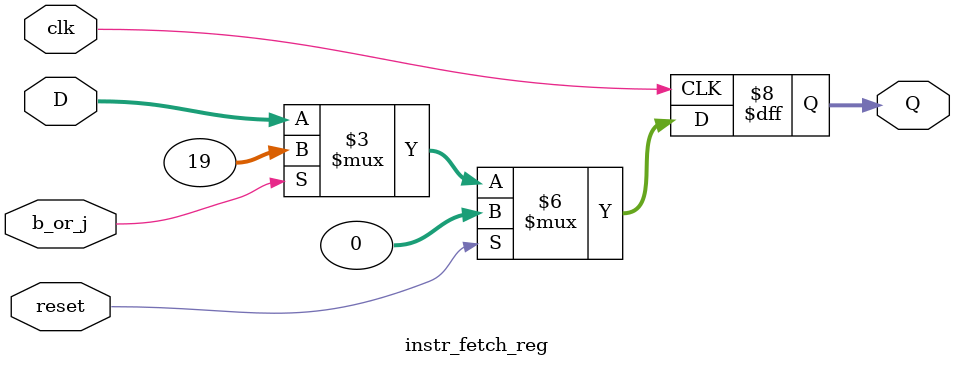
<source format=sv>
module instr_fetch_reg(input logic clk, reset, b_or_j,
input logic signed [31:0] D,
output logic signed [31:0] Q);

always_ff @(posedge clk) begin
    if (reset) begin
        Q <= 32'b0;
    end
    else if (b_or_j) begin
        Q <= 32'h00000013;
    end
    else begin
        Q <= D;
    end
end
endmodule
</source>
